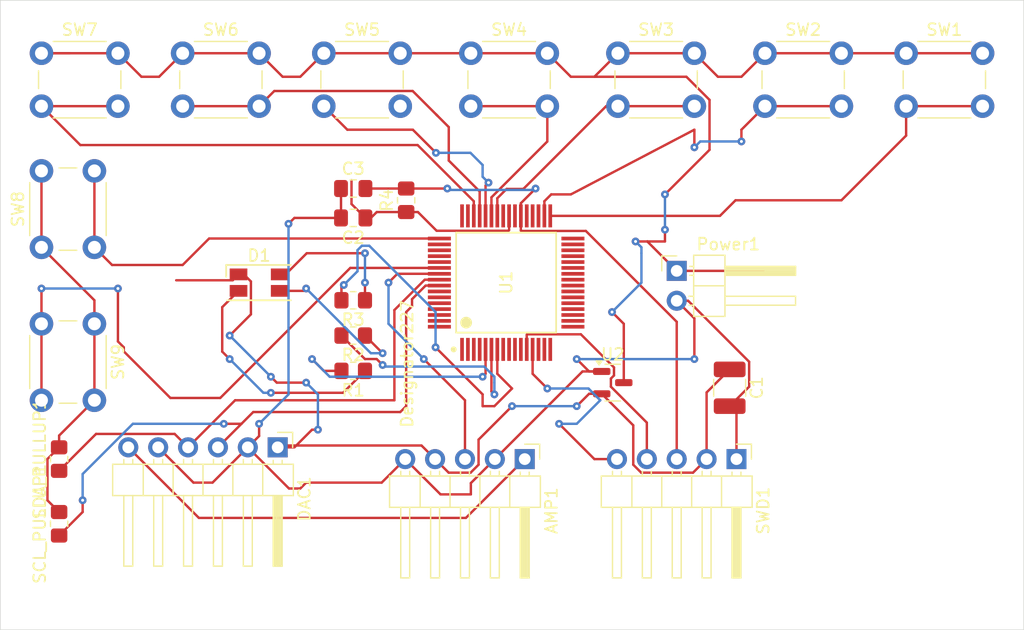
<source format=kicad_pcb>
(kicad_pcb (version 20240108) (generator "pcbnew") (generator_version "8.0")
  (layers (0 "F.Cu" signal) (31 "B.Cu" signal) (34 "B.Paste" user) (35 "F.Paste" user) (36 "B.SilkS" user "B.Silkscreen") (37 "F.SilkS" user "F.Silkscreen") (38 "B.Mask" user) (39 "F.Mask" user) (44 "Edge.Cuts" user))
  (net 0 "")
  (net 1 "GND")
  (net 2 "/A+")
  (net 3 "/SD")
  (net 4 "VDD")
  (net 5 "/NRST")
  (net 6 "Net-(D1-GK)")
  (net 7 "Net-(D1-RK)")
  (net 8 "Net-(D1-BK)")
  (net 9 "/SCL")
  (net 10 "/SDA")
  (net 11 "VIN")
  (net 12 "/PA12")
  (net 13 "/PA13")
  (net 14 "/PA14")
  (net 15 "/PA0")
  (net 16 "/PA1")
  (net 17 "/PA2")
  (net 18 "/PA3")
  (net 19 "/PA4")
  (net 20 "/PA5")
  (net 21 "/PA6")
  (net 22 "/PA7")
  (net 23 "/PA8")
  (net 24 "/SWCLK")
  (net 25 "/SWDIO")
  (footprint "Button_Switch_THT:SW_PUSH_6mm_H5mm" (layer "F.Cu") (at 68.5 51.5)
    (property "Reference" "SW7" (at 3.25 -2 0) (layer "F.SilkS"))
    (property "Value" "SW_Push")
    (pad "1" thru_hole circle (at 0 0 90) (size 2 2) (drill 1.1) (layers "*.Cu" "*.Mask") (net 11 "VIN"))
    (pad "1" thru_hole circle (at 6.5 0 90) (size 2 2) (drill 1.1) (layers "*.Cu" "*.Mask") (net 11 "VIN"))
    (pad "2" thru_hole circle (at 0 4.5 90) (size 2 2) (drill 1.1) (layers "*.Cu" "*.Mask") (net 21 "/PA6"))
    (pad "2" thru_hole circle (at 6.5 4.5 90) (size 2 2) (drill 1.1) (layers "*.Cu" "*.Mask") (net 21 "/PA6"))
  )
  (footprint "Button_Switch_THT:SW_PUSH_6mm_H5mm" (layer "F.Cu") (at 142 51.5)
    (property "Reference" "SW1" (at 3.25 -2 0) (layer "F.SilkS"))
    (property "Value" "SW_Push")
    (pad "1" thru_hole circle (at 0 0 90) (size 2 2) (drill 1.1) (layers "*.Cu" "*.Mask") (net 11 "VIN"))
    (pad "1" thru_hole circle (at 6.5 0 90) (size 2 2) (drill 1.1) (layers "*.Cu" "*.Mask") (net 11 "VIN"))
    (pad "2" thru_hole circle (at 0 4.5 90) (size 2 2) (drill 1.1) (layers "*.Cu" "*.Mask") (net 15 "/PA0"))
    (pad "2" thru_hole circle (at 6.5 4.5 90) (size 2 2) (drill 1.1) (layers "*.Cu" "*.Mask") (net 15 "/PA0"))
  )
  (footprint "Resistor_SMD:R_0805_2012Metric_Pad1.20x1.40mm_HandSolder" (layer "F.Cu") (at 95 75.5 180)
    (property "Reference" "R2" (at 0 -1.65 0) (layer "F.SilkS"))
    (property "Value" "R")
    (pad "1" smd roundrect (at -1 0 180) (size 1.2 1.4) (layers "F.Cu" "F.Paste" "F.Mask") (roundrect_rratio 0.208333) (net 6 "Net-(D1-GK)"))
    (pad "2" smd roundrect (at 1 0 180) (size 1.2 1.4) (layers "F.Cu" "F.Paste" "F.Mask") (roundrect_rratio 0.208333) (net 13 "/PA13"))
  )
  (footprint "Button_Switch_THT:SW_PUSH_6mm_H5mm" (layer "F.Cu") (at 130 51.5)
    (property "Reference" "SW2" (at 3.25 -2 0) (layer "F.SilkS"))
    (property "Value" "SW_Push")
    (pad "1" thru_hole circle (at 0 0 90) (size 2 2) (drill 1.1) (layers "*.Cu" "*.Mask") (net 11 "VIN"))
    (pad "1" thru_hole circle (at 6.5 0 90) (size 2 2) (drill 1.1) (layers "*.Cu" "*.Mask") (net 11 "VIN"))
    (pad "2" thru_hole circle (at 0 4.5 90) (size 2 2) (drill 1.1) (layers "*.Cu" "*.Mask") (net 16 "/PA1"))
    (pad "2" thru_hole circle (at 6.5 4.5 90) (size 2 2) (drill 1.1) (layers "*.Cu" "*.Mask") (net 16 "/PA1"))
  )
  (footprint "Capacitor_SMD:C_0805_2012Metric_Pad1.18x1.45mm_HandSolder" (layer "F.Cu") (at 95 63)
    (property "Reference" "C3" (at 0 -1.68 0) (layer "F.SilkS"))
    (property "Value" "10 nF")
    (pad "1" smd roundrect (at -1.0375 0) (size 1.175 1.45) (layers "F.Cu" "F.Paste" "F.Mask") (roundrect_rratio 0.212766) (net 1 "GND"))
    (pad "2" smd roundrect (at 1.0375 0) (size 1.175 1.45) (layers "F.Cu" "F.Paste" "F.Mask") (roundrect_rratio 0.212766) (net 5 "/NRST"))
  )
  (footprint "Package_TO_SOT_SMD:SOT-23" (layer "F.Cu") (at 117.0625 79.5)
    (property "Reference" "U2" (at 0 -2.4 0) (layer "F.SilkS"))
    (property "Value" "MCP1700x-330xxTT")
    (pad "1" smd roundrect (at -0.9375 -0.95) (size 1.475 0.6) (layers "F.Cu" "F.Paste" "F.Mask") (net 1 "GND"))
    (pad "2" smd roundrect (at -0.9375 0.95) (size 1.475 0.6) (layers "F.Cu" "F.Paste" "F.Mask") (net 4 "VDD"))
    (pad "3" smd roundrect (at 0.9375 0) (size 1.475 0.6) (layers "F.Cu" "F.Paste" "F.Mask") (net 11 "VIN"))
  )
  (footprint "Resistor_SMD:R_0805_2012Metric_Pad1.20x1.40mm_HandSolder" (layer "F.Cu") (at 99.5 64 90)
    (property "Reference" "R4" (at 0 -1.65 90) (layer "F.SilkS"))
    (property "Value" "R")
    (pad "1" smd roundrect (at -1 0 90) (size 1.2 1.4) (layers "F.Cu" "F.Paste" "F.Mask") (roundrect_rratio 0.208333) (net 4 "VDD"))
    (pad "2" smd roundrect (at 1 0 90) (size 1.2 1.4) (layers "F.Cu" "F.Paste" "F.Mask") (roundrect_rratio 0.208333) (net 5 "/NRST"))
  )
  (footprint "mspm0footprints:PM0064A-IPC_A" (layer "F.Cu") (at 108 71 90)
    (property "Reference" "U1" (at 0 0 90) (layer "F.SilkS"))
    (property "Value" "MSPM0G3507SPMR")
    (fp_text user "Designator227" (at -6.907601 -8.419483 90) (layer "F.SilkS"))
    (pad "1" smd rect (at -5.675483 -3.75 180) (size 0.312473 1.955236) (layers "F.Cu" "F.Paste" "F.Mask"))
    (pad "2" smd rect (at -5.675483 -3.250001 180) (size 0.312473 1.955236) (layers "F.Cu" "F.Paste" "F.Mask"))
    (pad "3" smd rect (at -5.675483 -2.75 180) (size 0.312473 1.955236) (layers "F.Cu" "F.Paste" "F.Mask"))
    (pad "4" smd rect (at -5.675483 -2.250001 180) (size 0.312473 1.955236) (layers "F.Cu" "F.Paste" "F.Mask"))
    (pad "5" smd rect (at -5.675483 -1.749999 180) (size 0.312473 1.955236) (layers "F.Cu" "F.Paste" "F.Mask") (net 12 "/PA12"))
    (pad "6" smd rect (at -5.675483 -1.25 180) (size 0.312473 1.955236) (layers "F.Cu" "F.Paste" "F.Mask") (net 13 "/PA13"))
    (pad "7" smd rect (at -5.675483 -0.750001 180) (size 0.312473 1.955236) (layers "F.Cu" "F.Paste" "F.Mask") (net 14 "/PA14"))
    (pad "8" smd rect (at -5.675483 -0.25 180) (size 0.312473 1.955236) (layers "F.Cu" "F.Paste" "F.Mask"))
    (pad "9" smd rect (at -5.675483 0.25 180) (size 0.312473 1.955236) (layers "F.Cu" "F.Paste" "F.Mask"))
    (pad "10" smd rect (at -5.675483 0.750001 180) (size 0.312473 1.955236) (layers "F.Cu" "F.Paste" "F.Mask"))
    (pad "11" smd rect (at -5.675483 1.25 180) (size 0.312473 1.955236) (layers "F.Cu" "F.Paste" "F.Mask"))
    (pad "12" smd rect (at -5.675483 1.749999 180) (size 0.312473 1.955236) (layers "F.Cu" "F.Paste" "F.Mask") (net 25 "/SWDIO"))
    (pad "13" smd rect (at -5.675483 2.250001 180) (size 0.312473 1.955236) (layers "F.Cu" "F.Paste" "F.Mask") (net 24 "/SWCLK"))
    (pad "14" smd rect (at -5.675483 2.75 180) (size 0.312473 1.955236) (layers "F.Cu" "F.Paste" "F.Mask"))
    (pad "15" smd rect (at -5.675483 3.250001 180) (size 0.312473 1.955236) (layers "F.Cu" "F.Paste" "F.Mask"))
    (pad "16" smd rect (at -5.675483 3.75 180) (size 0.312473 1.955236) (layers "F.Cu" "F.Paste" "F.Mask"))
    (pad "17" smd rect (at -3.75 5.675483 90) (size 0.312473 1.955236) (layers "F.Cu" "F.Paste" "F.Mask"))
    (pad "18" smd rect (at -3.250001 5.675483 90) (size 0.312473 1.955236) (layers "F.Cu" "F.Paste" "F.Mask"))
    (pad "19" smd rect (at -2.75 5.675483 90) (size 0.312473 1.955236) (layers "F.Cu" "F.Paste" "F.Mask"))
    (pad "20" smd rect (at -2.250001 5.675483 90) (size 0.312473 1.955236) (layers "F.Cu" "F.Paste" "F.Mask"))
    (pad "21" smd rect (at -1.749999 5.675483 90) (size 0.312473 1.955236) (layers "F.Cu" "F.Paste" "F.Mask"))
    (pad "22" smd rect (at -1.25 5.675483 90) (size 0.312473 1.955236) (layers "F.Cu" "F.Paste" "F.Mask"))
    (pad "23" smd rect (at -0.750001 5.675483 90) (size 0.312473 1.955236) (layers "F.Cu" "F.Paste" "F.Mask"))
    (pad "24" smd rect (at -0.25 5.675483 90) (size 0.312473 1.955236) (layers "F.Cu" "F.Paste" "F.Mask"))
    (pad "25" smd rect (at 0.25 5.675483 90) (size 0.312473 1.955236) (layers "F.Cu" "F.Paste" "F.Mask"))
    (pad "26" smd rect (at 0.750001 5.675483 90) (size 0.312473 1.955236) (layers "F.Cu" "F.Paste" "F.Mask"))
    (pad "27" smd rect (at 1.25 5.675483 90) (size 0.312473 1.955236) (layers "F.Cu" "F.Paste" "F.Mask"))
    (pad "28" smd rect (at 1.749999 5.675483 90) (size 0.312473 1.955236) (layers "F.Cu" "F.Paste" "F.Mask"))
    (pad "29" smd rect (at 2.250001 5.675483 90) (size 0.312473 1.955236) (layers "F.Cu" "F.Paste" "F.Mask"))
    (pad "30" smd rect (at 2.75 5.675483 90) (size 0.312473 1.955236) (layers "F.Cu" "F.Paste" "F.Mask"))
    (pad "31" smd rect (at 3.250001 5.675483 90) (size 0.312473 1.955236) (layers "F.Cu" "F.Paste" "F.Mask"))
    (pad "32" smd rect (at 3.75 5.675483 90) (size 0.312473 1.955236) (layers "F.Cu" "F.Paste" "F.Mask"))
    (pad "33" smd rect (at 5.675483 3.75 180) (size 0.312473 1.955236) (layers "F.Cu" "F.Paste" "F.Mask") (net 15 "/PA0"))
    (pad "34" smd rect (at 5.675483 3.250001 180) (size 0.312473 1.955236) (layers "F.Cu" "F.Paste" "F.Mask") (net 16 "/PA1"))
    (pad "35" smd rect (at 5.675483 2.75 180) (size 0.312473 1.955236) (layers "F.Cu" "F.Paste" "F.Mask"))
    (pad "36" smd rect (at 5.675483 2.250001 180) (size 0.312473 1.955236) (layers "F.Cu" "F.Paste" "F.Mask"))
    (pad "37" smd rect (at 5.675483 1.749999 180) (size 0.312473 1.955236) (layers "F.Cu" "F.Paste" "F.Mask"))
    (pad "38" smd rect (at 5.675483 1.25 180) (size 0.312473 1.955236) (layers "F.Cu" "F.Paste" "F.Mask") (net 5 "/NRST"))
    (pad "39" smd rect (at 5.675483 0.750001 180) (size 0.312473 1.955236) (layers "F.Cu" "F.Paste" "F.Mask"))
    (pad "40" smd rect (at 5.675483 0.25 180) (size 0.312473 1.955236) (layers "F.Cu" "F.Paste" "F.Mask") (net 4 "VDD"))
    (pad "41" smd rect (at 5.675483 -0.25 180) (size 0.312473 1.955236) (layers "F.Cu" "F.Paste" "F.Mask"))
    (pad "42" smd rect (at 5.675483 -0.750001 180) (size 0.312473 1.955236) (layers "F.Cu" "F.Paste" "F.Mask") (net 17 "/PA2"))
    (pad "43" smd rect (at 5.675483 -1.25 180) (size 0.312473 1.955236) (layers "F.Cu" "F.Paste" "F.Mask") (net 18 "/PA3"))
    (pad "44" smd rect (at 5.675483 -1.749999 180) (size 0.312473 1.955236) (layers "F.Cu" "F.Paste" "F.Mask") (net 19 "/PA4"))
    (pad "45" smd rect (at 5.675483 -2.250001 180) (size 0.312473 1.955236) (layers "F.Cu" "F.Paste" "F.Mask") (net 20 "/PA5"))
    (pad "46" smd rect (at 5.675483 -2.75 180) (size 0.312473 1.955236) (layers "F.Cu" "F.Paste" "F.Mask") (net 21 "/PA6"))
    (pad "47" smd rect (at 5.675483 -3.250001 180) (size 0.312473 1.955236) (layers "F.Cu" "F.Paste" "F.Mask"))
    (pad "48" smd rect (at 5.675483 -3.75 180) (size 0.312473 1.955236) (layers "F.Cu" "F.Paste" "F.Mask"))
    (pad "49" smd rect (at 3.75 -5.675483 90) (size 0.312473 1.955236) (layers "F.Cu" "F.Paste" "F.Mask") (net 22 "/PA7"))
    (pad "50" smd rect (at 3.250001 -5.675483 90) (size 0.312473 1.955236) (layers "F.Cu" "F.Paste" "F.Mask"))
    (pad "51" smd rect (at 2.75 -5.675483 90) (size 0.312473 1.955236) (layers "F.Cu" "F.Paste" "F.Mask"))
    (pad "52" smd rect (at 2.250001 -5.675483 90) (size 0.312473 1.955236) (layers "F.Cu" "F.Paste" "F.Mask"))
    (pad "53" smd rect (at 1.749999 -5.675483 90) (size 0.312473 1.955236) (layers "F.Cu" "F.Paste" "F.Mask"))
    (pad "54" smd rect (at 1.25 -5.675483 90) (size 0.312473 1.955236) (layers "F.Cu" "F.Paste" "F.Mask") (net 23 "/PA8"))
    (pad "55" smd rect (at 0.750001 -5.675483 90) (size 0.312473 1.955236) (layers "F.Cu" "F.Paste" "F.Mask") (net 3 "/SD"))
    (pad "56" smd rect (at 0.25 -5.675483 90) (size 0.312473 1.955236) (layers "F.Cu" "F.Paste" "F.Mask") (net 10 "/SDA"))
    (pad "57" smd rect (at -0.25 -5.675483 90) (size 0.312473 1.955236) (layers "F.Cu" "F.Paste" "F.Mask") (net 9 "/SCL"))
    (pad "58" smd rect (at -0.750001 -5.675483 90) (size 0.312473 1.955236) (layers "F.Cu" "F.Paste" "F.Mask"))
    (pad "59" smd rect (at -1.25 -5.675483 90) (size 0.312473 1.955236) (layers "F.Cu" "F.Paste" "F.Mask"))
    (pad "60" smd rect (at -1.749999 -5.675483 90) (size 0.312473 1.955236) (layers "F.Cu" "F.Paste" "F.Mask"))
    (pad "61" smd rect (at -2.250001 -5.675483 90) (size 0.312473 1.955236) (layers "F.Cu" "F.Paste" "F.Mask"))
    (pad "62" smd rect (at -2.75 -5.675483 90) (size 0.312473 1.955236) (layers "F.Cu" "F.Paste" "F.Mask"))
    (pad "63" smd rect (at -3.250001 -5.675483 90) (size 0.312473 1.955236) (layers "F.Cu" "F.Paste" "F.Mask"))
    (pad "64" smd rect (at -3.75 -5.675483 90) (size 0.312473 1.955236) (layers "F.Cu" "F.Paste" "F.Mask"))
  )
  (footprint "Connector_PinHeader_2.54mm:PinHeader_1x02_P2.54mm_Horizontal" (layer "F.Cu") (at 122.5 70)
    (property "Reference" "Power1" (at 4.385 -2.27 0) (layer "F.SilkS"))
    (property "Value" "Conn_01x02")
    (pad "1" thru_hole rect (at 0 0) (size 1.7 1.7) (drill 1) (layers "*.Cu" "*.Mask") (net 11 "VIN"))
    (pad "2" thru_hole oval (at 0 2.54) (size 1.7 1.7) (drill 1) (layers "*.Cu" "*.Mask") (net 1 "GND"))
  )
  (footprint "Button_Switch_THT:SW_PUSH_6mm_H5mm" (layer "F.Cu") (at 105 51.5)
    (property "Reference" "SW4" (at 3.25 -2 0) (layer "F.SilkS"))
    (property "Value" "SW_Push")
    (pad "1" thru_hole circle (at 0 0 90) (size 2 2) (drill 1.1) (layers "*.Cu" "*.Mask") (net 11 "VIN"))
    (pad "1" thru_hole circle (at 6.5 0 90) (size 2 2) (drill 1.1) (layers "*.Cu" "*.Mask") (net 11 "VIN"))
    (pad "2" thru_hole circle (at 0 4.5 90) (size 2 2) (drill 1.1) (layers "*.Cu" "*.Mask") (net 18 "/PA3"))
    (pad "2" thru_hole circle (at 6.5 4.5 90) (size 2 2) (drill 1.1) (layers "*.Cu" "*.Mask") (net 18 "/PA3"))
  )
  (footprint "Button_Switch_THT:SW_PUSH_6mm_H5mm" (layer "F.Cu") (at 80.5 51.5)
    (property "Reference" "SW6" (at 3.25 -2 0) (layer "F.SilkS"))
    (property "Value" "SW_Push")
    (pad "1" thru_hole circle (at 0 0 90) (size 2 2) (drill 1.1) (layers "*.Cu" "*.Mask") (net 11 "VIN"))
    (pad "1" thru_hole circle (at 6.5 0 90) (size 2 2) (drill 1.1) (layers "*.Cu" "*.Mask") (net 11 "VIN"))
    (pad "2" thru_hole circle (at 0 4.5 90) (size 2 2) (drill 1.1) (layers "*.Cu" "*.Mask") (net 20 "/PA5"))
    (pad "2" thru_hole circle (at 6.5 4.5 90) (size 2 2) (drill 1.1) (layers "*.Cu" "*.Mask") (net 20 "/PA5"))
  )
  (footprint "Button_Switch_THT:SW_PUSH_6mm_H5mm" (layer "F.Cu") (at 92.5 51.5)
    (property "Reference" "SW5" (at 3.25 -2 0) (layer "F.SilkS"))
    (property "Value" "SW_Push")
    (pad "1" thru_hole circle (at 0 0 90) (size 2 2) (drill 1.1) (layers "*.Cu" "*.Mask") (net 11 "VIN"))
    (pad "1" thru_hole circle (at 6.5 0 90) (size 2 2) (drill 1.1) (layers "*.Cu" "*.Mask") (net 11 "VIN"))
    (pad "2" thru_hole circle (at 0 4.5 90) (size 2 2) (drill 1.1) (layers "*.Cu" "*.Mask") (net 19 "/PA4"))
    (pad "2" thru_hole circle (at 6.5 4.5 90) (size 2 2) (drill 1.1) (layers "*.Cu" "*.Mask") (net 19 "/PA4"))
  )
  (footprint "Connector_PinHeader_2.54mm:PinHeader_1x06_P2.54mm_Horizontal" (layer "F.Cu") (at 88.58 85 -90)
    (property "Reference" "DAC1" (at 4.385 -2.27 90) (layer "F.SilkS"))
    (property "Value" "Conn_01x06")
    (pad "1" thru_hole rect (at 0 0 270) (size 1.7 1.7) (drill 1) (layers "*.Cu" "*.Mask") (net 4 "VDD"))
    (pad "2" thru_hole oval (at 0 2.54 270) (size 1.7 1.7) (drill 1) (layers "*.Cu" "*.Mask") (net 1 "GND"))
    (pad "3" thru_hole oval (at 0 5.08 270) (size 1.7 1.7) (drill 1) (layers "*.Cu" "*.Mask") (net 9 "/SCL"))
    (pad "4" thru_hole oval (at 0 7.62 270) (size 1.7 1.7) (drill 1) (layers "*.Cu" "*.Mask") (net 10 "/SDA"))
    (pad "5" thru_hole oval (at 0 10.16 270) (size 1.7 1.7) (drill 1) (layers "*.Cu" "*.Mask") (net 1 "GND"))
    (pad "6" thru_hole oval (at 0 12.7 270) (size 1.7 1.7) (drill 1) (layers "*.Cu" "*.Mask") (net 2 "/A+"))
  )
  (footprint "Connector_PinHeader_2.54mm:PinHeader_1x05_P2.54mm_Horizontal" (layer "F.Cu") (at 127.58 86 -90)
    (property "Reference" "SWD1" (at 4.385 -2.27 90) (layer "F.SilkS"))
    (property "Value" "Conn_01x05")
    (pad "1" thru_hole rect (at 0 0 270) (size 1.7 1.7) (drill 1) (layers "*.Cu" "*.Mask") (net 1 "GND"))
    (pad "2" thru_hole oval (at 0 2.54 270) (size 1.7 1.7) (drill 1) (layers "*.Cu" "*.Mask") (net 4 "VDD"))
    (pad "3" thru_hole oval (at 0 5.08 270) (size 1.7 1.7) (drill 1) (layers "*.Cu" "*.Mask") (net 5 "/NRST"))
    (pad "4" thru_hole oval (at 0 7.62 270) (size 1.7 1.7) (drill 1) (layers "*.Cu" "*.Mask") (net 25 "/SWDIO"))
    (pad "5" thru_hole oval (at 0 10.16 270) (size 1.7 1.7) (drill 1) (layers "*.Cu" "*.Mask") (net 24 "/SWCLK"))
  )
  (footprint "LED_SMD:LED_RGB_1210" (layer "F.Cu") (at 87 71)
    (property "Reference" "D1" (at 0 -2.3 0) (layer "F.SilkS"))
    (property "Value" "LED_ARGB")
    (pad "1" smd rect (at -1.75 -0.7 180) (size 1.5 1) (layers "F.Cu" "F.Paste" "F.Mask") (net 4 "VDD"))
    (pad "2" smd rect (at -1.75 0.7 180) (size 1.5 1) (layers "F.Cu" "F.Paste" "F.Mask") (net 7 "Net-(D1-RK)"))
    (pad "3" smd rect (at 1.75 0.7 180) (size 1.5 1) (layers "F.Cu" "F.Paste" "F.Mask") (net 6 "Net-(D1-GK)"))
    (pad "4" smd rect (at 1.75 -0.7 180) (size 1.5 1) (layers "F.Cu" "F.Paste" "F.Mask") (net 8 "Net-(D1-BK)"))
  )
  (footprint "Resistor_SMD:R_0805_2012Metric_Pad1.20x1.40mm_HandSolder" (layer "F.Cu") (at 95 72.5 180)
    (property "Reference" "R3" (at 0 -1.65 0) (layer "F.SilkS"))
    (property "Value" "R")
    (pad "1" smd roundrect (at -1 0 180) (size 1.2 1.4) (layers "F.Cu" "F.Paste" "F.Mask") (roundrect_rratio 0.208333) (net 8 "Net-(D1-BK)"))
    (pad "2" smd roundrect (at 1 0 180) (size 1.2 1.4) (layers "F.Cu" "F.Paste" "F.Mask") (roundrect_rratio 0.208333) (net 14 "/PA14"))
  )
  (footprint "Capacitor_SMD:C_1210_3225Metric_Pad1.33x2.70mm_HandSolder" (layer "F.Cu") (at 127 79.9375 -90)
    (property "Reference" "C1" (at 0 -2.3 90) (layer "F.SilkS"))
    (property "Value" "10 uF")
    (pad "1" smd roundrect (at -1.5625 0 270) (size 1.325 2.7) (layers "F.Cu" "F.Paste" "F.Mask") (roundrect_rratio 0.188679) (net 4 "VDD"))
    (pad "2" smd roundrect (at 1.5625 0 270) (size 1.325 2.7) (layers "F.Cu" "F.Paste" "F.Mask") (roundrect_rratio 0.188679) (net 1 "GND"))
  )
  (footprint "Button_Switch_THT:SW_PUSH_6mm_H5mm" (layer "F.Cu") (at 117.5 51.5)
    (property "Reference" "SW3" (at 3.25 -2 0) (layer "F.SilkS"))
    (property "Value" "SW_Push")
    (pad "1" thru_hole circle (at 0 0 90) (size 2 2) (drill 1.1) (layers "*.Cu" "*.Mask") (net 11 "VIN"))
    (pad "1" thru_hole circle (at 6.5 0 90) (size 2 2) (drill 1.1) (layers "*.Cu" "*.Mask") (net 11 "VIN"))
    (pad "2" thru_hole circle (at 0 4.5 90) (size 2 2) (drill 1.1) (layers "*.Cu" "*.Mask") (net 17 "/PA2"))
    (pad "2" thru_hole circle (at 6.5 4.5 90) (size 2 2) (drill 1.1) (layers "*.Cu" "*.Mask") (net 17 "/PA2"))
  )
  (footprint "Button_Switch_THT:SW_PUSH_6mm_H5mm" (layer "F.Cu") (at 73 74.5 -90)
    (property "Reference" "SW9" (at 3.25 -2 90) (layer "F.SilkS"))
    (property "Value" "SW_Push")
    (pad "1" thru_hole circle (at 0 0) (size 2 2) (drill 1.1) (layers "*.Cu" "*.Mask") (net 11 "VIN"))
    (pad "1" thru_hole circle (at 6.5 0) (size 2 2) (drill 1.1) (layers "*.Cu" "*.Mask") (net 11 "VIN"))
    (pad "2" thru_hole circle (at 0 4.5) (size 2 2) (drill 1.1) (layers "*.Cu" "*.Mask") (net 23 "/PA8"))
    (pad "2" thru_hole circle (at 6.5 4.5) (size 2 2) (drill 1.1) (layers "*.Cu" "*.Mask") (net 23 "/PA8"))
  )
  (footprint "Capacitor_SMD:C_0805_2012Metric_Pad1.18x1.45mm_HandSolder" (layer "F.Cu") (at 95 65.5 180)
    (property "Reference" "C2" (at 0 -1.68 0) (layer "F.SilkS"))
    (property "Value" "0.1 uF")
    (pad "1" smd roundrect (at -1.0375 0 180) (size 1.175 1.45) (layers "F.Cu" "F.Paste" "F.Mask") (roundrect_rratio 0.212766) (net 4 "VDD"))
    (pad "2" smd roundrect (at 1.0375 0 180) (size 1.175 1.45) (layers "F.Cu" "F.Paste" "F.Mask") (roundrect_rratio 0.212766) (net 1 "GND"))
  )
  (footprint "Button_Switch_THT:SW_PUSH_6mm_H5mm" (layer "F.Cu") (at 68.5 68 90)
    (property "Reference" "SW8" (at 3.25 -2 90) (layer "F.SilkS"))
    (property "Value" "SW_Push")
    (pad "1" thru_hole circle (at 0 0 180) (size 2 2) (drill 1.1) (layers "*.Cu" "*.Mask") (net 11 "VIN"))
    (pad "1" thru_hole circle (at 6.5 0 180) (size 2 2) (drill 1.1) (layers "*.Cu" "*.Mask") (net 11 "VIN"))
    (pad "2" thru_hole circle (at 0 4.5 180) (size 2 2) (drill 1.1) (layers "*.Cu" "*.Mask") (net 22 "/PA7"))
    (pad "2" thru_hole circle (at 6.5 4.5 180) (size 2 2) (drill 1.1) (layers "*.Cu" "*.Mask") (net 22 "/PA7"))
  )
  (footprint "Connector_PinHeader_2.54mm:PinHeader_1x05_P2.54mm_Horizontal" (layer "F.Cu") (at 109.58 86 -90)
    (property "Reference" "AMP1" (at 4.385 -2.27 90) (layer "F.SilkS"))
    (property "Value" "Conn_01x05")
    (pad "1" thru_hole rect (at 0 0 270) (size 1.7 1.7) (drill 1) (layers "*.Cu" "*.Mask") (net 2 "/A+"))
    (pad "2" thru_hole oval (at 0 2.54 270) (size 1.7 1.7) (drill 1) (layers "*.Cu" "*.Mask") (net 1 "GND"))
    (pad "3" thru_hole oval (at 0 5.08 270) (size 1.7 1.7) (drill 1) (layers "*.Cu" "*.Mask") (net 3 "/SD"))
    (pad "4" thru_hole oval (at 0 7.62 270) (size 1.7 1.7) (drill 1) (layers "*.Cu" "*.Mask") (net 4 "VDD"))
    (pad "5" thru_hole oval (at 0 10.16 270) (size 1.7 1.7) (drill 1) (layers "*.Cu" "*.Mask") (net 1 "GND"))
  )
  (footprint "Resistor_SMD:R_0805_2012Metric_Pad1.20x1.40mm_HandSolder" (layer "F.Cu") (at 70 86 90)
    (property "Reference" "SDA_PULLUP1" (at 0 -1.65 90) (layer "F.SilkS"))
    (property "Value" "R")
    (pad "1" smd roundrect (at -1 0 90) (size 1.2 1.4) (layers "F.Cu" "F.Paste" "F.Mask") (roundrect_rratio 0.208333) (net 10 "/SDA"))
    (pad "2" smd roundrect (at 1 0 90) (size 1.2 1.4) (layers "F.Cu" "F.Paste" "F.Mask") (roundrect_rratio 0.208333) (net 11 "VIN"))
  )
  (footprint "Resistor_SMD:R_0805_2012Metric_Pad1.20x1.40mm_HandSolder" (layer "F.Cu") (at 95 78.5 180)
    (property "Reference" "R1" (at 0 -1.65 0) (layer "F.SilkS"))
    (property "Value" "R")
    (pad "1" smd roundrect (at -1 0 180) (size 1.2 1.4) (layers "F.Cu" "F.Paste" "F.Mask") (roundrect_rratio 0.208333) (net 7 "Net-(D1-RK)"))
    (pad "2" smd roundrect (at 1 0 180) (size 1.2 1.4) (layers "F.Cu" "F.Paste" "F.Mask") (roundrect_rratio 0.208333) (net 12 "/PA12"))
  )
  (footprint "Resistor_SMD:R_0805_2012Metric_Pad1.20x1.40mm_HandSolder" (layer "F.Cu") (at 70 91.5 90)
    (property "Reference" "SCL_PULLUP1" (at 0 -1.65 90) (layer "F.SilkS"))
    (property "Value" "R")
    (pad "1" smd roundrect (at -1 0 90) (size 1.2 1.4) (layers "F.Cu" "F.Paste" "F.Mask") (roundrect_rratio 0.208333) (net 9 "/SCL"))
    (pad "2" smd roundrect (at 1 0 90) (size 1.2 1.4) (layers "F.Cu" "F.Paste" "F.Mask") (roundrect_rratio 0.208333) (net 11 "VIN"))
  )
  (gr_line (start 124 58) (end 113.5 63.5) (stroke (width 0.2032)) (layer "F.Cu") (net 16))
  (gr_rect (start 65 47) (end 152 100.5) (stroke (width 0.0508)) (fill none) (layer "Edge.Cuts"))
  (segment (start 90.5 88.5) (end 91 88) (width 0.2032) (layer "F.Cu") (net 1))
  (segment (start 97.42 88) (end 99.42 86) (width 0.2032) (layer "F.Cu") (net 1))
  (segment (start 107.04 86) (end 105 88.04) (width 0.2032) (layer "F.Cu") (net 1))
  (segment (start 123.469034 72.54) (end 122.5 72.54) (width 0.2032) (layer "F.Cu") (net 1))
  (segment (start 102.42 89) (end 99.42 86) (width 0.2032) (layer "F.Cu") (net 1))
  (segment (start 128.6548 79.8452) (end 128.6548 77.725766) (width 0.2032) (layer "F.Cu") (net 1))
  (segment (start 83.04 88) (end 86.04 85) (width 0.2032) (layer "F.Cu") (net 1))
  (segment (start 81.42 88) (end 83.04 88) (width 0.2032) (layer "F.Cu") (net 1))
  (segment (start 78.42 85) (end 81.42 88) (width 0.2032) (layer "F.Cu") (net 1))
  (segment (start 89.54 88.5) (end 90.5 88.5) (width 0.2032) (layer "F.Cu") (net 1))
  (segment (start 114 77.5) (end 115.05 78.55) (width 0.2032) (layer "F.Cu") (net 1))
  (segment (start 127 81.5) (end 128.6548 79.8452) (width 0.2032) (layer "F.Cu") (net 1))
  (segment (start 114.49 78.55) (end 116.125 78.55) (width 0.2032) (layer "F.Cu") (net 1))
  (segment (start 93.9625 65.5) (end 93.9625 63) (width 0.2032) (layer "F.Cu") (net 1))
  (segment (start 87 84.04) (end 87 83) (width 0.2032) (layer "F.Cu") (net 1))
  (segment (start 115.05 78.55) (end 116.125 78.55) (width 0.2032) (layer "F.Cu") (net 1))
  (segment (start 127.58 86) (end 127.58 82.08) (width 0.2032) (layer "F.Cu") (net 1))
  (segment (start 105 89) (end 102.42 89) (width 0.2032) (layer "F.Cu") (net 1))
  (segment (start 128.6548 77.725766) (end 123.469034 72.54) (width 0.2032) (layer "F.Cu") (net 1))
  (segment (start 127.58 82.08) (end 127 81.5) (width 0.2032) (layer "F.Cu") (net 1))
  (segment (start 91 88) (end 97.42 88) (width 0.2032) (layer "F.Cu") (net 1))
  (segment (start 86.04 85) (end 87 84.04) (width 0.2032) (layer "F.Cu") (net 1))
  (segment (start 122.5 72.54) (end 124 74.04) (width 0.2032) (layer "F.Cu") (net 1))
  (segment (start 105 88.04) (end 105 89) (width 0.2032) (layer "F.Cu") (net 1))
  (segment (start 124 74.04) (end 124 77.5) (width 0.2032) (layer "F.Cu") (net 1))
  (segment (start 89.5 66) (end 90 65.5) (width 0.2032) (layer "F.Cu") (net 1))
  (segment (start 107.04 86) (end 114.49 78.55) (width 0.2032) (layer "F.Cu") (net 1))
  (segment (start 90 65.5) (end 93.9625 65.5) (width 0.2032) (layer "F.Cu") (net 1))
  (segment (start 86.04 85) (end 89.54 88.5) (width 0.2032) (layer "F.Cu") (net 1))
  (via (at 114 77.5) (size 0.6604) (drill 0.254) (layers "F.Cu" "B.Cu") (net 1))
  (via (at 89.5 66) (size 0.6604) (drill 0.254) (layers "F.Cu" "B.Cu") (net 1))
  (via (at 87 83) (size 0.6604) (drill 0.254) (layers "F.Cu" "B.Cu") (net 1))
  (via (at 124 77.5) (size 0.6604) (drill 0.254) (layers "F.Cu" "B.Cu") (net 1))
  (segment (start 124 77.5) (end 114 77.5) (width 0.2032) (layer "B.Cu") (net 1))
  (segment (start 87 83) (end 89.5 80.5) (width 0.2032) (layer "B.Cu") (net 1))
  (segment (start 89.5 80.5) (end 89.5 66) (width 0.2032) (layer "B.Cu") (net 1))
  (segment (start 104.58 91) (end 109.58 86) (width 0.2032) (layer "F.Cu") (net 2))
  (segment (start 81.88 91) (end 104.58 91) (width 0.2032) (layer "F.Cu") (net 2))
  (segment (start 75.88 85) (end 81.88 91) (width 0.2032) (layer "F.Cu") (net 2))
  (segment (start 98.750001 70.249999) (end 102.324517 70.249999) (width 0.2032) (layer "F.Cu") (net 3))
  (segment (start 104.5 81) (end 101 77.5) (width 0.2032) (layer "F.Cu") (net 3))
  (segment (start 98 71) (end 98.750001 70.249999) (width 0.2032) (layer "F.Cu") (net 3))
  (segment (start 104.5 86) (end 104.5 81) (width 0.2032) (layer "F.Cu") (net 3))
  (via (at 101 77.5) (size 0.6604) (drill 0.254) (layers "F.Cu" "B.Cu") (net 3))
  (via (at 98 71) (size 0.6604) (drill 0.254) (layers "F.Cu" "B.Cu") (net 3))
  (segment (start 101 77.5) (end 98 74.5) (width 0.2032) (layer "B.Cu") (net 3))
  (segment (start 98 74.5) (end 98 71) (width 0.2032) (layer "B.Cu") (net 3))
  (segment (start 86.3048 73.6952) (end 84.5 75.5) (width 0.2032) (layer "F.Cu") (net 4))
  (segment (start 123.8852 87.1548) (end 119.481666 87.1548) (width 0.2032) (layer "F.Cu") (net 4))
  (segment (start 103.1148 87.1548) (end 104.978334 87.1548) (width 0.2032) (layer "F.Cu") (net 4))
  (segment (start 92 83.5) (end 91.5 83.5) (width 0.2032) (layer "F.Cu") (net 4))
  (segment (start 88.58 85) (end 88.7348 84.8452) (width 0.2032) (layer "F.Cu") (net 4))
  (segment (start 108.25 66.536475) (end 108.25 65.324517) (width 0.2032) (layer "F.Cu") (net 4))
  (segment (start 114 81.5) (end 115.05 80.45) (width 0.2032) (layer "F.Cu") (net 4))
  (segment (start 88 79) (end 88.5 79.5) (width 0.2032) (layer "F.Cu") (net 4))
  (segment (start 94.8548 64.3173) (end 96.0375 65.5) (width 0.2032) (layer "F.Cu") (net 4))
  (segment (start 86.3048 70.9016) (end 86.3048 73.6952) (width 0.2032) (layer "F.Cu") (net 4))
  (segment (start 115.05 80.45) (end 116.125 80.45) (width 0.2032) (layer "F.Cu") (net 4))
  (segment (start 102.091187 66.591187) (end 108.195288 66.591187) (width 0.2032) (layer "F.Cu") (net 4))
  (segment (start 125.04 86) (end 123.8852 87.1548) (width 0.2032) (layer "F.Cu") (net 4))
  (segment (start 105.6548 86.478334) (end 105.6548 84.3452) (width 0.2032) (layer "F.Cu") (net 4))
  (segment (start 84.75 70.8) (end 79.954734 70.8) (width 0.2032) (layer "F.Cu") (net 4))
  (segment (start 125.04 86) (end 125.04 80.335) (width 0.2032) (layer "F.Cu") (net 4))
  (segment (start 85.25 70.3) (end 84.75 70.8) (width 0.2032) (layer "F.Cu") (net 4))
  (segment (start 97 65) (end 99.5 65) (width 0.2032) (layer "F.Cu") (net 4))
  (segment (start 94.8548 62.288266) (end 94.8548 64.3173) (width 0.2032) (layer "F.Cu") (net 4))
  (segment (start 88.7348 84.8452) (end 100.8052 84.8452) (width 0.2032) (layer "F.Cu") (net 4))
  (segment (start 96.5 65.5) (end 97 65) (width 0.2032) (layer "F.Cu") (net 4))
  (segment (start 85.7032 70.3) (end 86.3048 70.9016) (width 0.2032) (layer "F.Cu") (net 4))
  (segment (start 100.5 65) (end 102.091187 66.591187) (width 0.2032) (layer "F.Cu") (net 4))
  (segment (start 85.25 70.3) (end 85.7032 70.3) (width 0.2032) (layer "F.Cu") (net 4))
  (segment (start 105.6548 84.3452) (end 108.5 81.5) (width 0.2032) (layer "F.Cu") (net 4))
  (segment (start 100.8052 84.8452) (end 101.96 86) (width 0.2032) (layer "F.Cu") (net 4))
  (segment (start 108.195288 66.591187) (end 108.25 66.536475) (width 0.2032) (layer "F.Cu") (net 4))
  (segment (start 99.5 65) (end 100.5 65) (width 0.2032) (layer "F.Cu") (net 4))
  (segment (start 118.8052 83.1302) (end 116.125 80.45) (width 0.2032) (layer "F.Cu") (net 4))
  (segment (start 88.5 79.5) (end 91 79.5) (width 0.2032) (layer "F.Cu") (net 4))
  (segment (start 90 85) (end 88.58 85) (width 0.2032) (layer "F.Cu") (net 4))
  (segment (start 118.8052 86.478334) (end 118.8052 83.1302) (width 0.2032) (layer "F.Cu") (net 4))
  (segment (start 91.5 83.5) (end 90 85) (width 0.2032) (layer "F.Cu") (net 4))
  (segment (start 101.96 86) (end 103.1148 87.1548) (width 0.2032) (layer "F.Cu") (net 4))
  (segment (start 96.0375 65.5) (end 96.5 65.5) (width 0.2032) (layer "F.Cu") (net 4))
  (segment (start 125.04 80.335) (end 127 78.375) (width 0.2032) (layer "F.Cu") (net 4))
  (segment (start 119.481666 87.1548) (end 118.8052 86.478334) (width 0.2032) (layer "F.Cu") (net 4))
  (segment (start 104.978334 87.1548) (end 105.6548 86.478334) (width 0.2032) (layer "F.Cu") (net 4))
  (via (at 91 79.5) (size 0.6604) (drill 0.254) (layers "F.Cu" "B.Cu") (net 4))
  (via (at 88 79) (size 0.6604) (drill 0.254) (layers "F.Cu" "B.Cu") (net 4))
  (via (at 114 81.5) (size 0.6604) (drill 0.254) (layers "F.Cu" "B.Cu") (net 4))
  (via (at 108.5 81.5) (size 0.6604) (drill 0.254) (layers "F.Cu" "B.Cu") (net 4))
  (via (at 92 83.5) (size 0.6604) (drill 0.254) (layers "F.Cu" "B.Cu") (net 4))
  (via (at 84.5 75.5) (size 0.6604) (drill 0.254) (layers "F.Cu" "B.Cu") (net 4))
  (segment (start 84.5 75.5) (end 88 79) (width 0.2032) (layer "B.Cu") (net 4))
  (segment (start 92 80.5) (end 92 83.5) (width 0.2032) (layer "B.Cu") (net 4))
  (segment (start 108.5 81.5) (end 114 81.5) (width 0.2032) (layer "B.Cu") (net 4))
  (segment (start 91 79.5) (end 92 80.5) (width 0.2032) (layer "B.Cu") (net 4))
  (segment (start 109.25 64.25) (end 109.25 65.324517) (width 0.2032) (layer "F.Cu") (net 5))
  (segment (start 114.775872 66.606935) (end 109.288963 66.606935) (width 0.2032) (layer "F.Cu") (net 5))
  (segment (start 99.5 63) (end 96.0375 63) (width 0.2032) (layer "F.Cu") (net 5))
  (segment (start 110.5 63) (end 109.25 64.25) (width 0.2032) (layer "F.Cu") (net 5))
  (segment (start 99.5 63) (end 103 63) (width 0.2032) (layer "F.Cu") (net 5))
  (segment (start 122.5 74.331063) (end 114.775872 66.606935) (width 0.2032) (layer "F.Cu") (net 5))
  (segment (start 122.5 86) (end 122.5 74.331063) (width 0.2032) (layer "F.Cu") (net 5))
  (segment (start 109.25 66.567972) (end 109.25 65.324517) (width 0.2032) (layer "F.Cu") (net 5))
  (segment (start 109.288963 66.606935) (end 109.25 66.567972) (width 0.2032) (layer "F.Cu") (net 5))
  (via (at 110.5 63) (size 0.6604) (drill 0.254) (layers "F.Cu" "B.Cu") (net 5))
  (via (at 103 63) (size 0.6604) (drill 0.254) (layers "F.Cu" "B.Cu") (net 5))
  (segment (start 110.380748 63.119252) (end 110.5 63) (width 0.2032) (layer "B.Cu") (net 5))
  (segment (start 103.119252 63.119252) (end 110.380748 63.119252) (width 0.2032) (layer "B.Cu") (net 5))
  (segment (start 103 63) (end 103.119252 63.119252) (width 0.2032) (layer "B.Cu") (net 5))
  (segment (start 97.5 77) (end 96 75.5) (width 0.2032) (layer "F.Cu") (net 6))
  (segment (start 88.75 71.7) (end 90.8 71.7) (width 0.2032) (layer "F.Cu") (net 6))
  (segment (start 90.8 71.7) (end 91 71.5) (width 0.2032) (layer "F.Cu") (net 6))
  (via (at 91 71.5) (size 0.6604) (drill 0.254) (layers "F.Cu" "B.Cu") (net 6))
  (via (at 97.5 77) (size 0.6604) (drill 0.254) (layers "F.Cu" "B.Cu") (net 6))
  (segment (start 91 71.5) (end 96.5 77) (width 0.2032) (layer "B.Cu") (net 6))
  (segment (start 96.5 77) (end 97.5 77) (width 0.2032) (layer "B.Cu") (net 6))
  (segment (start 83.865 76.865) (end 84.5 77.5) (width 0.2032) (layer "F.Cu") (net 7))
  (segment (start 83.865 73.085) (end 83.865 76.865) (width 0.2032) (layer "F.Cu") (net 7))
  (segment (start 88 80.365) (end 94.135 80.365) (width 0.2032) (layer "F.Cu") (net 7))
  (segment (start 85.25 71.7) (end 83.865 73.085) (width 0.2032) (layer "F.Cu") (net 7))
  (segment (start 94.135 80.365) (end 96 78.5) (width 0.2032) (layer "F.Cu") (net 7))
  (via (at 84.5 77.5) (size 0.6604) (drill 0.254) (layers "F.Cu" "B.Cu") (net 7))
  (via (at 88 80.365) (size 0.6604) (drill 0.254) (layers "F.Cu" "B.Cu") (net 7))
  (segment (start 84.5 77.5) (end 87.365 80.365) (width 0.2032) (layer "B.Cu") (net 7))
  (segment (start 87.365 80.365) (end 88 80.365) (width 0.2032) (layer "B.Cu") (net 7))
  (segment (start 91.05 68.5) (end 96 68.5) (width 0.2032) (layer "F.Cu") (net 8))
  (segment (start 88.75 70.3) (end 89.25 70.3) (width 0.2032) (layer "F.Cu") (net 8))
  (segment (start 89.25 70.3) (end 91.05 68.5) (width 0.2032) (layer "F.Cu") (net 8))
  (segment (start 96 71) (end 96 72.5) (width 0.2032) (layer "F.Cu") (net 8))
  (via (at 96 68.5) (size 0.6604) (drill 0.254) (layers "F.Cu" "B.Cu") (net 8))
  (via (at 96 71) (size 0.6604) (drill 0.254) (layers "F.Cu" "B.Cu") (net 8))
  (segment (start 96 68.5) (end 96 71) (width 0.2032) (layer "B.Cu") (net 8))
  (segment (start 99.5 73.5) (end 100 73) (width 0.2032) (layer "F.Cu") (net 9))
  (segment (start 99 82) (end 99.5 81.5) (width 0.2032) (layer "F.Cu") (net 9))
  (segment (start 83.5 85) (end 85.5 83) (width 0.2032) (layer "F.Cu") (net 9))
  (segment (start 85.5 83) (end 86.5 82) (width 0.2032) (layer "F.Cu") (net 9))
  (segment (start 72 90.5) (end 72 89.5) (width 0.2032) (layer "F.Cu") (net 9))
  (segment (start 84 83) (end 85.5 83) (width 0.2032) (layer "F.Cu") (net 9))
  (segment (start 100 72.405799) (end 101.155799 71.25) (width 0.2032) (layer "F.Cu") (net 9))
  (segment (start 99.5 81.5) (end 99.5 73.5) (width 0.2032) (layer "F.Cu") (net 9))
  (segment (start 70 92.5) (end 72 90.5) (width 0.2032) (layer "F.Cu") (net 9))
  (segment (start 100 73) (end 100 72.405799) (width 0.2032) (layer "F.Cu") (net 9))
  (segment (start 86.5 82) (end 99 82) (width 0.2032) (layer "F.Cu") (net 9))
  (segment (start 101.155799 71.25) (end 102.324517 71.25) (width 0.2032) (layer "F.Cu") (net 9))
  (via (at 84 83) (size 0.6604) (drill 0.254) (layers "F.Cu" "B.Cu") (net 9))
  (via (at 72 89.5) (size 0.6604) (drill 0.254) (layers "F.Cu" "B.Cu") (net 9))
  (segment (start 72 87.269137) (end 76.269137 83) (width 0.2032) (layer "B.Cu") (net 9))
  (segment (start 72 89.5) (end 72 87.269137) (width 0.2032) (layer "B.Cu") (net 9))
  (segment (start 76.269137 83) (end 84 83) (width 0.2032) (layer "B.Cu") (net 9))
  (segment (start 101.081063 70.75) (end 102.324517 70.75) (width 0.2032) (layer "F.Cu") (net 10))
  (segment (start 98.5 81) (end 98.5 73.331063) (width 0.2032) (layer "F.Cu") (net 10))
  (segment (start 80.96 85) (end 84.96 81) (width 0.2032) (layer "F.Cu") (net 10))
  (segment (start 79.820948 83.860948) (end 80.96 85) (width 0.2032) (layer "F.Cu") (net 10))
  (segment (start 84.96 81) (end 98.5 81) (width 0.2032) (layer "F.Cu") (net 10))
  (segment (start 73.139052 83.860948) (end 79.820948 83.860948) (width 0.2032) (layer "F.Cu") (net 10))
  (segment (start 70 87) (end 73.139052 83.860948) (width 0.2032) (layer "F.Cu") (net 10))
  (segment (start 98.5 73.331063) (end 101.081063 70.75) (width 0.2032) (layer "F.Cu") (net 10))
  (segment (start 87 51.5) (end 89 53.5) (width 0.2032) (layer "F.Cu") (net 11))
  (segment (start 69.010948 89.510948) (end 69.010948 85.989052) (width 0.2032) (layer "F.Cu") (net 11))
  (segment (start 77 53.5) (end 78.5 53.5) (width 0.2032) (layer "F.Cu") (net 11))
  (segment (start 99 51.5) (end 105 51.5) (width 0.2032) (layer "F.Cu") (net 11))
  (segment (start 136.5 51.5) (end 130 51.5) (width 0.2032) (layer "F.Cu") (net 11))
  (segment (start 118 79.5) (end 118 74.5) (width 0.2032) (layer "F.Cu") (net 11))
  (segment (start 130 51.5) (end 128 53.5) (width 0.2032) (layer "F.Cu") (net 11))
  (segment (start 75 51.5) (end 77 53.5) (width 0.2032) (layer "F.Cu") (net 11))
  (segment (start 90.5 53.5) (end 92.5 51.5) (width 0.2032) (layer "F.Cu") (net 11))
  (segment (start 111.5 51.5) (end 105 51.5) (width 0.2032) (layer "F.Cu") (net 11))
  (segment (start 121.5 67.5) (end 120 67.5) (width 0.2032) (layer "F.Cu") (net 11))
  (segment (start 73 74.5) (end 73 72.5) (width 0.2032) (layer "F.Cu") (net 11))
  (segment (start 87 51.5) (end 80.5 51.5) (width 0.2032) (layer "F.Cu") (net 11))
  (segment (start 148.5 51.5) (end 142 51.5) (width 0.2032) (layer "F.Cu") (net 11))
  (segment (start 70 85) (end 70 84) (width 0.2032) (layer "F.Cu") (net 11))
  (segment (start 78.5 53.5) (end 80.5 51.5) (width 0.2032) (layer "F.Cu") (net 11))
  (segment (start 99 51.5) (end 92.5 51.5) (width 0.2032) (layer "F.Cu") (net 11))
  (segment (start 126 53.5) (end 124 51.5) (width 0.2032) (layer "F.Cu") (net 11))
  (segment (start 125.289052 55.466057) (end 125.289052 59.710948) (width 0.2032) (layer "F.Cu") (net 11))
  (segment (start 70.8904 51.5) (end 68.5 51.5) (width 0.2032) (layer "F.Cu") (net 11))
  (segment (start 75 51.5) (end 68.5 51.5) (width 0.2032) (layer "F.Cu") (net 11))
  (segment (start 113.5 53.5) (end 115.5 53.5) (width 0.2032) (layer "F.Cu") (net 11))
  (segment (start 89 53.5) (end 90.5 53.5) (width 0.2032) (layer "F.Cu") (net 11))
  (segment (start 115.5 53.5) (end 117.5 51.5) (width 0.2032) (layer "F.Cu") (net 11))
  (segment (start 70 84) (end 73 81) (width 0.2032) (layer "F.Cu") (net 11))
  (segment (start 111.5 51.5) (end 113.5 53.5) (width 0.2032) (layer "F.Cu") (net 11))
  (segment (start 128 53.5) (end 126 53.5) (width 0.2032) (layer "F.Cu") (net 11))
  (segment (start 119 67.5) (end 120 67.5) (width 0.2032) (layer "F.Cu") (net 11))
  (segment (start 68.5 61.5) (end 68.5 68) (width 0.2032) (layer "F.Cu") (net 11))
  (segment (start 73 72.5) (end 68.5 68) (width 0.2032) (layer "F.Cu") (net 11))
  (segment (start 120.5 68) (end 122.5 70) (width 0.2032) (layer "F.Cu") (net 11))
  (segment (start 125.289052 59.710948) (end 121.5 63.5) (width 0.2032) (layer "F.Cu") (net 11))
  (segment (start 70 90.5) (end 69.010948 89.510948) (width 0.2032) (layer "F.Cu") (net 11))
  (segment (start 121.5 66.5) (end 121.5 67.5) (width 0.2032) (layer "F.Cu") (net 11))
  (segment (start 124 51.5) (end 117.5 51.5) (width 0.2032) (layer "F.Cu") (net 11))
  (segment (start 69.010948 85.989052) (end 70 85) (width 0.2032) (layer "F.Cu") (net 11))
  (segment (start 129.845266 70) (end 122.5 70) (width 0.2032) (layer "F.Cu") (net 11))
  (segment (start 120 67.5) (end 120.5 68) (width 0.2032) (layer "F.Cu") (net 11))
  (segment (start 123.322995 53.5) (end 125.289052 55.466057) (width 0.2032) (layer "F.Cu") (net 11))
  (segment (start 73 74.5) (end 73 81) (width 0.2032) (layer "F.Cu") (net 11))
  (segment (start 115.5 53.5) (end 123.322995 53.5) (width 0.2032) (layer "F.Cu") (net 11))
  (segment (start 118 74.5) (end 117 73.5) (width 0.2032) (layer "F.Cu") (net 11))
  (segment (start 136.5 51.5) (end 142 51.5) (width 0.2032) (layer "F.Cu") (net 11))
  (via (at 117 73.5) (size 0.6604) (drill 0.254) (layers "F.Cu" "B.Cu") (net 11))
  (via (at 121.5 66.5) (size 0.6604) (drill 0.254) (layers "F.Cu" "B.Cu") (net 11))
  (via (at 119 67.5) (size 0.6604) (drill 0.254) (layers "F.Cu" "B.Cu") (net 11))
  (via (at 121.5 63.5) (size 0.6604) (drill 0.254) (layers "F.Cu" "B.Cu") (net 11))
  (segment (start 119.5 71) (end 119.5 68.5) (width 0.2032) (layer "B.Cu") (net 11))
  (segment (start 119.5 68.5) (end 119.5 68) (width 0.2032) (layer "B.Cu") (net 11))
  (segment (start 119.5 68) (end 119 67.5) (width 0.2032) (layer "B.Cu") (net 11))
  (segment (start 121.5 66.5) (end 121.5 63.5) (width 0.2032) (layer "B.Cu") (net 11))
  (segment (start 117 73.5) (end 119.5 71) (width 0.2032) (layer "B.Cu") (net 11))
  (segment (start 92.5 78.5) (end 91.5 77.5) (width 0.2032) (layer "F.Cu") (net 12))
  (segment (start 106.250001 78.749999) (end 106.250001 76.675483) (width 0.2032) (layer "F.Cu") (net 12))
  (segment (start 94 78.5) (end 92.5 78.5) (width 0.2032) (layer "F.Cu") (net 12))
  (segment (start 106 79) (end 106.250001 78.749999) (width 0.2032) (layer "F.Cu") (net 12))
  (via (at 91.5 77.5) (size 0.6604) (drill 0.254) (layers "F.Cu" "B.Cu") (net 12))
  (via (at 106 79) (size 0.6604) (drill 0.254) (layers "F.Cu" "B.Cu") (net 12))
  (segment (start 93 79) (end 106 79) (width 0.2032) (layer "B.Cu") (net 12))
  (segment (start 91.5 77.5) (end 93 79) (width 0.2032) (layer "B.Cu") (net 12))
  (segment (start 106.75 80.25) (end 106.75 76.675483) (width 0.2032) (layer "F.Cu") (net 13))
  (segment (start 107 80.5) (end 106.75 80.25) (width 0.2032) (layer "F.Cu") (net 13))
  (segment (start 95.9952 77.4952) (end 96.9952 77.4952) (width 0.2032) (layer "F.Cu") (net 13))
  (segment (start 94 75.5) (end 95.9952 77.4952) (width 0.2032) (layer "F.Cu") (net 13))
  (segment (start 96.9952 77.4952) (end 97.5 78) (width 0.2032) (layer "F.Cu") (net 13))
  (via (at 107 80.5) (size 0.6604) (drill 0.254) (layers "F.Cu" "B.Cu") (net 13))
  (via (at 97.5 78) (size 0.6604) (drill 0.254) (layers "F.Cu" "B.Cu") (net 13))
  (segment (start 97.5 78) (end 97.635 78.135) (width 0.2032) (layer "B.Cu") (net 13))
  (segment (start 107 79) (end 107 79.5) (width 0.2032) (layer "B.Cu") (net 13))
  (segment (start 106.135 78.135) (end 107 79) (width 0.2032) (layer "B.Cu") (net 13))
  (segment (start 97.635 78.135) (end 106.135 78.135) (width 0.2032) (layer "B.Cu") (net 13))
  (segment (start 107 79.5) (end 107 80.5) (width 0.2032) (layer "B.Cu") (net 13))
  (segment (start 107 81.5) (end 108.5 80) (width 0.2032) (layer "F.Cu") (net 14))
  (segment (start 106 80.5) (end 106 81.5) (width 0.2032) (layer "F.Cu") (net 14))
  (segment (start 94 71.398026) (end 94.199013 71.199013) (width 0.2032) (layer "F.Cu") (net 14))
  (segment (start 94 72.5) (end 94 71.398026) (width 0.2032) (layer "F.Cu") (net 14))
  (segment (start 108.5 80) (end 107.249999 78.749999) (width 0.2032) (layer "F.Cu") (net 14))
  (segment (start 102 76.5) (end 106 80.5) (width 0.2032) (layer "F.Cu") (net 14))
  (segment (start 107.249999 78.749999) (end 107.249999 76.675483) (width 0.2032) (layer "F.Cu") (net 14))
  (segment (start 106 81.5) (end 107 81.5) (width 0.2032) (layer "F.Cu") (net 14))
  (via (at 94.199013 71.199013) (size 0.6604) (drill 0.254) (layers "F.Cu" "B.Cu") (net 14))
  (via (at 102 76.5) (size 0.6604) (drill 0.254) (layers "F.Cu" "B.Cu") (net 14))
  (segment (start 95.365 70.033026) (end 95.365 68.236974) (width 0.2032) (layer "B.Cu") (net 14))
  (segment (start 95.365 68.236974) (end 95.736974 67.865) (width 0.2032) (layer "B.Cu") (net 14))
  (segment (start 96.365 67.865) (end 102 73.5) (width 0.2032) (layer "B.Cu") (net 14))
  (segment (start 94.199013 71.199013) (end 95.365 70.033026) (width 0.2032) (layer "B.Cu") (net 14))
  (segment (start 102 73.5) (end 102 76.5) (width 0.2032) (layer "B.Cu") (net 14))
  (segment (start 95.736974 67.865) (end 96.365 67.865) (width 0.2032) (layer "B.Cu") (net 14))
  (segment (start 142 56) (end 148.5 56) (width 0.2032) (layer "F.Cu") (net 15))
  (segment (start 142 56) (end 142 58.5) (width 0.2032) (layer "F.Cu") (net 15))
  (segment (start 142 58.5) (end 136.5 64) (width 0.2032) (layer "F.Cu") (net 15))
  (segment (start 126.175483 65.324517) (end 111.75 65.324517) (width 0.2032) (layer "F.Cu") (net 15))
  (segment (start 136.5 64) (end 127.5 64) (width 0.2032) (layer "F.Cu") (net 15))
  (segment (start 127.5 64) (end 126.175483 65.324517) (width 0.2032) (layer "F.Cu") (net 15))
  (segment (start 128 58) (end 128 59) (width 0.2032) (layer "F.Cu") (net 16))
  (segment (start 111.250001 64.081062) (end 111.250001 65.324517) (width 0.2032) (layer "F.Cu") (net 16))
  (segment (start 130 56) (end 128 58) (width 0.2032) (layer "F.Cu") (net 16))
  (segment (start 136.5 56) (end 130 56) (width 0.2032) (layer "F.Cu") (net 16))
  (segment (start 111.831063 63.5) (end 111.250001 64.081062) (width 0.2032) (layer "F.Cu") (net 16))
  (segment (start 113.5 63.5) (end 111.831063 63.5) (width 0.2032) (layer "F.Cu") (net 16))
  (segment (start 124 59.5) (end 124 58) (width 0.2032) (layer "F.Cu") (net 16))
  (via (at 124 59.5) (size 0.6604) (drill 0.254) (layers "F.Cu" "B.Cu") (net 16))
  (via (at 128 59) (size 0.6604) (drill 0.254) (layers "F.Cu" "B.Cu") (net 16))
  (segment (start 124.5 59) (end 124 59.5) (width 0.2032) (layer "B.Cu") (net 16))
  (segment (start 128 59) (end 124.5 59) (width 0.2032) (layer "B.Cu") (net 16))
  (segment (start 108.037368 63.037368) (end 107.249999 63.824737) (width 0.2032) (layer "F.Cu") (net 17))
  (segment (start 107.249999 63.824737) (end 107.249999 65.324517) (width 0.2032) (layer "F.Cu") (net 17))
  (segment (start 116.5 56) (end 109.462632 63.037368) (width 0.2032) (layer "F.Cu") (net 17))
  (segment (start 117.5 56) (end 116.5 56) (width 0.2032) (layer "F.Cu") (net 17))
  (segment (start 109.462632 63.037368) (end 108.037368 63.037368) (width 0.2032) (layer "F.Cu") (net 17))
  (segment (start 117.5 56) (end 124 56) (width 0.2032) (layer "F.Cu") (net 17))
  (segment (start 111.5 56) (end 111.5 59) (width 0.2032) (layer "F.Cu") (net 18))
  (segment (start 106.75 63.75) (end 106.75 65.324517) (width 0.2032) (layer "F.Cu") (net 18))
  (segment (start 111.5 59) (end 106.75 63.75) (width 0.2032) (layer "F.Cu") (net 18))
  (segment (start 105 56) (end 111.5 56) (width 0.2032) (layer "F.Cu") (net 18))
  (segment (start 100.066964 58) (end 102.033482 59.966518) (width 0.2032) (layer "F.Cu") (net 19))
  (segment (start 94.5 58) (end 100.066964 58) (width 0.2032) (layer "F.Cu") (net 19))
  (segment (start 106.250001 62.749999) (end 106.250001 65.324517) (width 0.2032) (layer "F.Cu") (net 19))
  (segment (start 92.5 56) (end 94.5 58) (width 0.2032) (layer "F.Cu") (net 19))
  (segment (start 106.5 62.5) (end 106.250001 62.749999) (width 0.2032) (layer "F.Cu") (net 19))
  (via (at 102.033482 59.966518) (size 0.6604) (drill 0.254) (layers "F.Cu" "B.Cu") (net 19))
  (via (at 106.5 62.5) (size 0.6604) (drill 0.254) (layers "F.Cu" "B.Cu") (net 19))
  (segment (start 106 61) (end 106 62) (width 0.2032) (layer "B.Cu") (net 19))
  (segment (start 104.966518 59.966518) (end 106 61) (width 0.2032) (layer "B.Cu") (net 19))
  (segment (start 102.033482 59.966518) (end 104.966518 59.966518) (width 0.2032) (layer "B.Cu") (net 19))
  (segment (start 106 62) (end 106.5 62.5) (width 0.2032) (layer "B.Cu") (net 19))
  (segment (start 80.5 56) (end 80.5 56.5) (width 0.2032) (layer "F.Cu") (net 20))
  (segment (start 88.289052 54.710948) (end 100.056214 54.710948) (width 0.2032) (layer "F.Cu") (net 20))
  (segment (start 87 56) (end 80.5 56) (width 0.2032) (layer "F.Cu") (net 20))
  (segment (start 80.5 56.5) (end 80.6952 56.6952) (width 0.2032) (layer "F.Cu") (net 20))
  (segment (start 105.749999 63.249999) (end 105.749999 65.324517) (width 0.2032) (layer "F.Cu") (net 20))
  (segment (start 102.040466 56.6952) (end 103.121836 57.77657) (width 0.2032) (layer "F.Cu") (net 20))
  (segment (start 103.121836 60.621836) (end 105.749999 63.249999) (width 0.2032) (layer "F.Cu") (net 20))
  (segment (start 103.121836 57.77657) (end 103.121836 60.621836) (width 0.2032) (layer "F.Cu") (net 20))
  (segment (start 100.056214 54.710948) (end 102.172633 56.827367) (width 0.2032) (layer "F.Cu") (net 20))
  (segment (start 87 56) (end 88.289052 54.710948) (width 0.2032) (layer "F.Cu") (net 20))
  (segment (start 75 56) (end 68.5 56) (width 0.2032) (layer "F.Cu") (net 21))
  (segment (start 100.473736 59.3048) (end 105.25 64.081064) (width 0.2032) (layer "F.Cu") (net 21))
  (segment (start 105.25 64.081064) (end 105.25 65.324517) (width 0.2032) (layer "F.Cu") (net 21))
  (segment (start 68.5 56) (end 71.8048 59.3048) (width 0.2032) (layer "F.Cu") (net 21))
  (segment (start 71.8048 59.3048) (end 100.473736 59.3048) (width 0.2032) (layer "F.Cu") (net 21))
  (segment (start 82.75 67.25) (end 102.324517 67.25) (width 0.2032) (layer "F.Cu") (net 22))
  (segment (start 80.5 69.5) (end 82.75 67.25) (width 0.2032) (layer "F.Cu") (net 22))
  (segment (start 73 68) (end 74.5 69.5) (width 0.2032) (layer "F.Cu") (net 22))
  (segment (start 74.5 69.5) (end 80.5 69.5) (width 0.2032) (layer "F.Cu") (net 22))
  (segment (start 73 61.5) (end 73 68) (width 0.2032) (layer "F.Cu") (net 22))
  (segment (start 79.459534 80.8048) (end 83.6952 80.8048) (width 0.2032) (layer "F.Cu") (net 23))
  (segment (start 83.6952 80.8048) (end 94.75 69.75) (width 0.2032) (layer "F.Cu") (net 23))
  (segment (start 75.5 76.5) (end 75.5 76.845266) (width 0.2032) (layer "F.Cu") (net 23))
  (segment (start 79.459534 80.8048) (end 75.5 76.845266) (width 0.2032) (layer "F.Cu") (net 23))
  (segment (start 94.75 69.75) (end 102.324517 69.75) (width 0.2032) (layer "F.Cu") (net 23))
  (segment (start 75.5 76.5) (end 75 76) (width 0.2032) (layer "F.Cu") (net 23))
  (segment (start 75 76) (end 75 71.5) (width 0.2032) (layer "F.Cu") (net 23))
  (segment (start 68.5 81) (end 68.5 74.5) (width 0.2032) (layer "F.Cu") (net 23))
  (segment (start 68.5 71.5) (end 68.5 74.5) (width 0.2032) (layer "F.Cu") (net 23))
  (via (at 75 71.5) (size 0.6604) (drill 0.254) (layers "F.Cu" "B.Cu") (net 23))
  (via (at 68.5 71.5) (size 0.6604) (drill 0.254) (layers "F.Cu" "B.Cu") (net 23))
  (segment (start 75 71.5) (end 68.5 71.5) (width 0.2032) (layer "B.Cu") (net 23))
  (segment (start 115.5 86) (end 112.5 83) (width 0.2032) (layer "F.Cu") (net 24))
  (segment (start 110.250001 78.750001) (end 110.250001 76.675483) (width 0.2032) (layer "F.Cu") (net 24))
  (segment (start 111.5 80) (end 110.250001 78.750001) (width 0.2032) (layer "F.Cu") (net 24))
  (segment (start 117.42 86) (end 115.5 86) (width 0.2032) (layer "F.Cu") (net 24))
  (via (at 112.5 83) (size 0.6604) (drill 0.254) (layers "F.Cu" "B.Cu") (net 24))
  (via (at 111.5 80) (size 0.6604) (drill 0.254) (layers "F.Cu" "B.Cu") (net 24))
  (segment (start 112.5 83) (end 114 83) (width 0.2032) (layer "B.Cu") (net 24))
  (segment (start 114 83) (end 116 81) (width 0.2032) (layer "B.Cu") (net 24))
  (segment (start 115 80) (end 111.5 80) (width 0.2032) (layer "B.Cu") (net 24))
  (segment (start 116 81) (end 115 80) (width 0.2032) (layer "B.Cu") (net 24))
  (segment (start 117.1673 78.207458) (end 114.352907 75.393065) (width 0.2032) (layer "F.Cu") (net 25))
  (segment (start 114.352907 75.393065) (end 109.788965 75.393065) (width 0.2032) (layer "F.Cu") (net 25))
  (segment (start 109.788965 75.393065) (end 109.749999 75.432031) (width 0.2032) (layer "F.Cu") (net 25))
  (segment (start 116.905042 79.1548) (end 117.1673 78.892542) (width 0.2032) (layer "F.Cu") (net 25))
  (segment (start 109.749999 75.432031) (end 109.749999 76.675483) (width 0.2032) (layer "F.Cu") (net 25))
  (segment (start 119.96 86) (end 119.96 82.900158) (width 0.2032) (layer "F.Cu") (net 25))
  (segment (start 116.905042 79.8452) (end 116.905042 79.1548) (width 0.2032) (layer "F.Cu") (net 25))
  (segment (start 119.96 82.900158) (end 116.905042 79.8452) (width 0.2032) (layer "F.Cu") (net 25))
  (segment (start 117.1673 78.892542) (end 117.1673 78.207458) (width 0.2032) (layer "F.Cu") (net 25))
)
</source>
